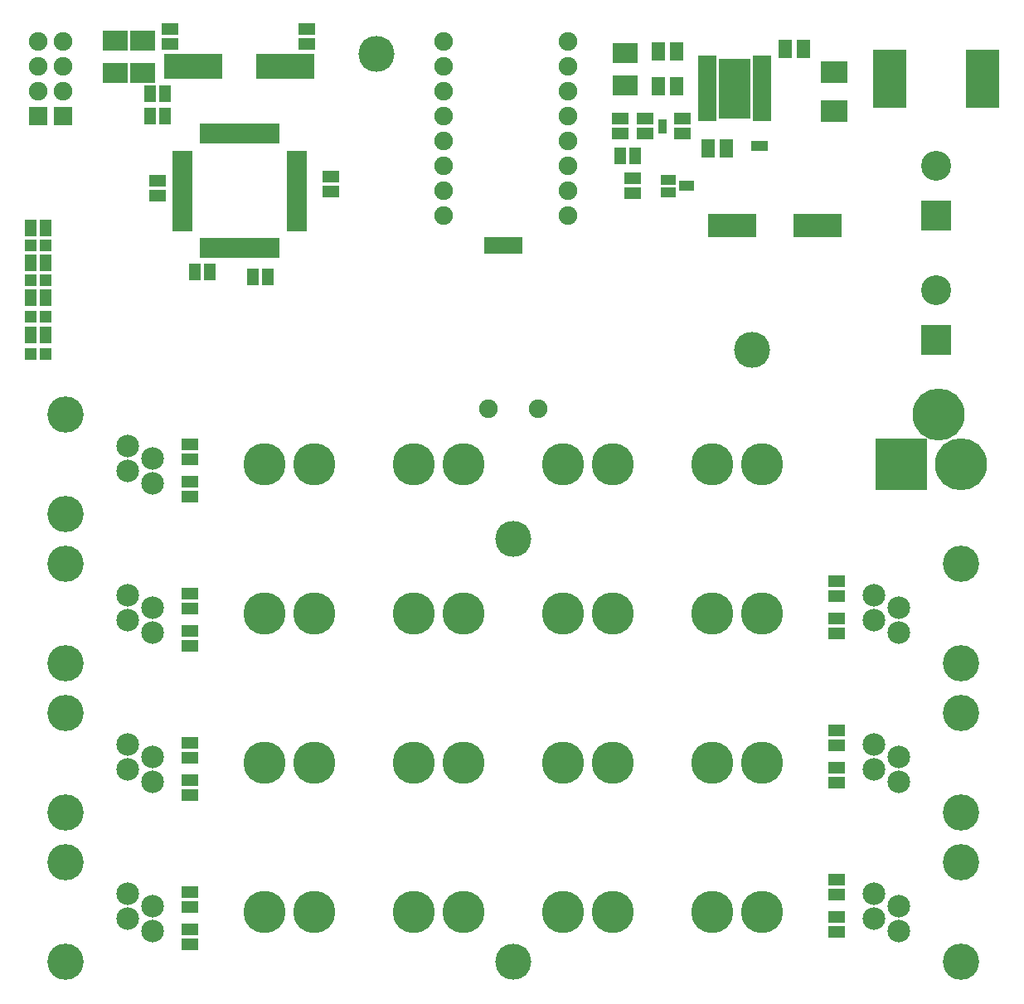
<source format=gts>
G04 (created by PCBNEW (2013-mar-13)-testing) date Mon 20 Jan 2014 04:57:44 AM EST*
%MOIN*%
G04 Gerber Fmt 3.4, Leading zero omitted, Abs format*
%FSLAX34Y34*%
G01*
G70*
G90*
G04 APERTURE LIST*
%ADD10C,0.005906*%
%ADD11C,0.209000*%
%ADD12R,0.209000X0.209000*%
%ADD13C,0.145984*%
%ADD14C,0.090866*%
%ADD15R,0.130200X0.240000*%
%ADD16R,0.077900X0.036500*%
%ADD17R,0.080000X0.030000*%
%ADD18R,0.030000X0.080000*%
%ADD19R,0.065000X0.045000*%
%ADD20R,0.045000X0.065000*%
%ADD21R,0.051400X0.051400*%
%ADD22R,0.120000X0.120000*%
%ADD23C,0.120000*%
%ADD24C,0.075000*%
%ADD25C,0.170000*%
%ADD26R,0.236500X0.098700*%
%ADD27R,0.075000X0.075000*%
%ADD28R,0.100000X0.080000*%
%ADD29R,0.055000X0.075000*%
%ADD30R,0.035748X0.031811*%
%ADD31R,0.193200X0.094800*%
%ADD32R,0.035700X0.043600*%
%ADD33R,0.106600X0.090900*%
%ADD34R,0.138110X0.236535*%
%ADD35R,0.059400X0.043600*%
%ADD36R,0.058000X0.070000*%
%ADD37C,0.145000*%
G04 APERTURE END LIST*
G54D10*
G54D11*
X88000Y-28000D03*
G54D12*
X85600Y-28000D03*
G54D11*
X87100Y-26000D03*
G54D13*
X88000Y-48000D03*
X88000Y-44000D03*
G54D14*
X85500Y-46750D03*
X84500Y-46250D03*
X85500Y-45750D03*
X84500Y-45250D03*
G54D15*
X78900Y-12900D03*
G54D16*
X77798Y-13272D03*
X77798Y-13528D03*
X77798Y-13784D03*
X77798Y-14040D03*
X80000Y-12508D03*
X77798Y-12504D03*
X77798Y-12760D03*
X77798Y-13016D03*
X80002Y-14040D03*
X80002Y-13784D03*
X80002Y-13528D03*
X80002Y-13272D03*
X80002Y-13016D03*
X80000Y-12760D03*
X77798Y-12248D03*
X80002Y-12248D03*
X77798Y-11993D03*
X80002Y-11993D03*
X77798Y-11737D03*
X80002Y-11737D03*
G54D17*
X56700Y-16510D03*
X56700Y-16705D03*
X56700Y-16900D03*
X56700Y-17100D03*
X56700Y-17295D03*
X56700Y-17490D03*
X56700Y-17690D03*
X56700Y-17885D03*
X56700Y-18080D03*
X56700Y-18280D03*
X56700Y-18475D03*
X61300Y-16510D03*
X61300Y-16705D03*
X61300Y-16900D03*
X61300Y-17100D03*
X61300Y-17295D03*
X61300Y-17490D03*
X61300Y-17690D03*
X61300Y-17885D03*
X61300Y-18080D03*
X61300Y-18280D03*
X61300Y-18475D03*
G54D18*
X57525Y-14700D03*
X57720Y-14700D03*
X57920Y-14700D03*
X58115Y-14700D03*
X58310Y-14700D03*
X58510Y-14700D03*
X58705Y-14700D03*
X58900Y-14700D03*
X59100Y-14700D03*
X59295Y-14700D03*
X59490Y-14700D03*
X59490Y-19300D03*
X59295Y-19300D03*
X59100Y-19300D03*
X58900Y-19300D03*
X58705Y-19300D03*
X58510Y-19300D03*
X58310Y-19300D03*
X58115Y-19300D03*
X57920Y-19300D03*
X57720Y-19300D03*
X57525Y-19300D03*
X59690Y-19300D03*
X59885Y-19300D03*
X60080Y-19300D03*
X60280Y-19300D03*
X60475Y-19300D03*
X60475Y-14700D03*
X60280Y-14700D03*
X60080Y-14700D03*
X59885Y-14700D03*
X59690Y-14700D03*
G54D17*
X61300Y-16310D03*
X61300Y-16115D03*
X61300Y-15920D03*
X61300Y-15720D03*
X61300Y-15525D03*
X56700Y-16310D03*
X56700Y-16115D03*
X56700Y-15920D03*
X56700Y-15720D03*
X56700Y-15525D03*
G54D19*
X83000Y-44700D03*
X83000Y-45300D03*
X83000Y-32700D03*
X83000Y-33300D03*
X83000Y-38700D03*
X83000Y-39300D03*
X55700Y-17200D03*
X55700Y-16600D03*
G54D20*
X57200Y-20250D03*
X57800Y-20250D03*
G54D19*
X62675Y-17025D03*
X62675Y-16425D03*
G54D20*
X59550Y-20450D03*
X60150Y-20450D03*
G54D19*
X57000Y-41300D03*
X57000Y-40700D03*
X57000Y-35300D03*
X57000Y-34700D03*
X57000Y-29300D03*
X57000Y-28700D03*
X57000Y-47300D03*
X57000Y-46700D03*
G54D20*
X56000Y-14000D03*
X55400Y-14000D03*
X56000Y-13100D03*
X55400Y-13100D03*
X51200Y-22800D03*
X50600Y-22800D03*
X51200Y-18500D03*
X50600Y-18500D03*
X51200Y-21300D03*
X50600Y-21300D03*
G54D19*
X57000Y-27200D03*
X57000Y-27800D03*
X57000Y-33200D03*
X57000Y-33800D03*
X57000Y-39200D03*
X57000Y-39800D03*
X57000Y-45200D03*
X57000Y-45800D03*
X83000Y-46800D03*
X83000Y-46200D03*
X83000Y-40800D03*
X83000Y-40200D03*
X83000Y-34800D03*
X83000Y-34200D03*
G54D21*
X50605Y-19200D03*
X51195Y-19200D03*
G54D22*
X87000Y-23000D03*
G54D23*
X87000Y-21000D03*
G54D24*
X67200Y-11000D03*
X67200Y-12000D03*
X67200Y-13000D03*
X67200Y-14000D03*
X67200Y-15000D03*
X67200Y-16000D03*
X67200Y-17000D03*
X67200Y-18000D03*
X72200Y-18000D03*
X72200Y-17000D03*
X72200Y-16000D03*
X72200Y-15000D03*
X72200Y-14000D03*
X72200Y-13000D03*
X72200Y-12000D03*
X72200Y-11000D03*
G54D25*
X60000Y-28000D03*
X62000Y-28000D03*
X66000Y-28000D03*
X68000Y-28000D03*
X60000Y-34000D03*
X62000Y-34000D03*
X66000Y-34000D03*
X68000Y-34000D03*
X60000Y-40000D03*
X62000Y-40000D03*
X66000Y-40000D03*
X68000Y-40000D03*
X60000Y-46000D03*
X62000Y-46000D03*
X66000Y-46000D03*
X68000Y-46000D03*
X80000Y-46000D03*
X78000Y-46000D03*
X74000Y-46000D03*
X72000Y-46000D03*
X80000Y-40000D03*
X78000Y-40000D03*
X74000Y-40000D03*
X72000Y-40000D03*
X80000Y-34000D03*
X78000Y-34000D03*
X74000Y-34000D03*
X72000Y-34000D03*
G54D13*
X52000Y-26000D03*
X52000Y-30000D03*
G54D14*
X54500Y-27250D03*
X55500Y-27750D03*
X54500Y-28250D03*
X55500Y-28750D03*
G54D13*
X52000Y-32000D03*
X52000Y-36000D03*
G54D14*
X54500Y-33250D03*
X55500Y-33750D03*
X54500Y-34250D03*
X55500Y-34750D03*
G54D13*
X52000Y-38000D03*
X52000Y-42000D03*
G54D14*
X54500Y-39250D03*
X55500Y-39750D03*
X54500Y-40250D03*
X55500Y-40750D03*
G54D13*
X52000Y-44000D03*
X52000Y-48000D03*
G54D14*
X54500Y-45250D03*
X55500Y-45750D03*
X54500Y-46250D03*
X55500Y-46750D03*
G54D13*
X88000Y-42000D03*
X88000Y-38000D03*
G54D14*
X85500Y-40750D03*
X84500Y-40250D03*
X85500Y-39750D03*
X84500Y-39250D03*
G54D13*
X88000Y-36000D03*
X88000Y-32000D03*
G54D14*
X85500Y-34750D03*
X84500Y-34250D03*
X85500Y-33750D03*
X84500Y-33250D03*
G54D26*
X60850Y-12000D03*
X57150Y-12000D03*
G54D19*
X56200Y-11100D03*
X56200Y-10500D03*
G54D27*
X51900Y-14000D03*
G54D24*
X51900Y-13000D03*
X51900Y-12000D03*
X51900Y-11000D03*
G54D27*
X50900Y-14000D03*
G54D24*
X50900Y-13000D03*
X50900Y-12000D03*
X50900Y-11000D03*
G54D25*
X72000Y-28000D03*
X74000Y-28000D03*
X78000Y-28000D03*
X80000Y-28000D03*
G54D28*
X54000Y-10950D03*
X54000Y-12250D03*
X55100Y-10950D03*
X55100Y-12250D03*
G54D21*
X50605Y-22050D03*
X51195Y-22050D03*
X50605Y-23550D03*
X51195Y-23550D03*
G54D19*
X61700Y-11100D03*
X61700Y-10500D03*
G54D24*
X71000Y-25750D03*
X69000Y-25750D03*
G54D19*
X74800Y-17100D03*
X74800Y-16500D03*
G54D29*
X80925Y-11300D03*
X81675Y-11300D03*
X76575Y-11400D03*
X75825Y-11400D03*
G54D30*
X76000Y-14281D03*
X76000Y-14518D03*
G54D29*
X75825Y-12800D03*
X76575Y-12800D03*
G54D28*
X74500Y-11450D03*
X74500Y-12750D03*
G54D31*
X82232Y-18400D03*
X78807Y-18400D03*
G54D29*
X77825Y-15300D03*
X78575Y-15300D03*
G54D32*
X80077Y-15200D03*
X79723Y-15200D03*
G54D33*
X82900Y-13790D03*
X82900Y-12210D03*
G54D21*
X50605Y-20600D03*
X51195Y-20600D03*
G54D34*
X85129Y-12500D03*
X88870Y-12500D03*
G54D22*
X87000Y-18000D03*
G54D23*
X87000Y-16000D03*
G54D20*
X51200Y-19900D03*
X50600Y-19900D03*
G54D19*
X75300Y-14100D03*
X75300Y-14700D03*
X74300Y-14100D03*
X74300Y-14700D03*
G54D20*
X74300Y-15600D03*
X74900Y-15600D03*
G54D19*
X76800Y-14100D03*
X76800Y-14700D03*
G54D35*
X76226Y-17056D03*
X76226Y-16544D03*
X76974Y-16800D03*
G54D36*
X70100Y-19200D03*
X69600Y-19200D03*
X69100Y-19200D03*
G54D37*
X79600Y-23400D03*
X70000Y-48000D03*
X64500Y-11500D03*
X70000Y-31000D03*
M02*

</source>
